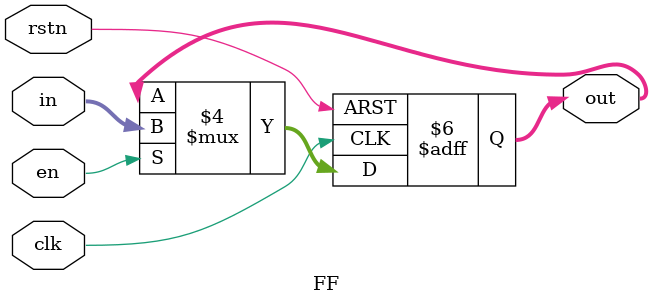
<source format=v>
`timescale 1ns / 1ps

module FF#(
parameter WIDTH = 6 	
)(
    input clk,en,rstn,
    input [WIDTH-1:0] in,
    output reg [WIDTH-1:0] out
);

always@(posedge clk or negedge rstn) begin
    if(!rstn) out <= 0;
    else begin
        if(en) out <= in;
        else out <= out;
    end
end
endmodule
</source>
